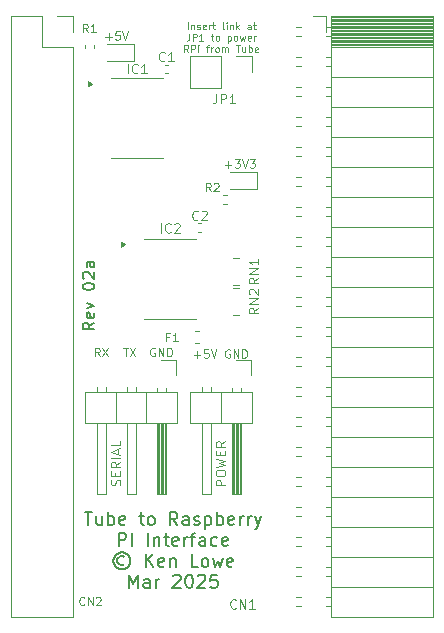
<source format=gbr>
%TF.GenerationSoftware,KiCad,Pcbnew,9.0.0*%
%TF.CreationDate,2025-03-31T20:31:44+01:00*%
%TF.ProjectId,TubeAdaptor,54756265-4164-4617-9074-6f722e6b6963,02a*%
%TF.SameCoordinates,Original*%
%TF.FileFunction,Legend,Top*%
%TF.FilePolarity,Positive*%
%FSLAX46Y46*%
G04 Gerber Fmt 4.6, Leading zero omitted, Abs format (unit mm)*
G04 Created by KiCad (PCBNEW 9.0.0) date 2025-03-31 20:31:44*
%MOMM*%
%LPD*%
G01*
G04 APERTURE LIST*
%ADD10C,0.100000*%
%ADD11C,0.150000*%
%ADD12C,0.160000*%
%ADD13C,0.120000*%
G04 APERTURE END LIST*
D10*
X135255067Y-82709966D02*
X135188400Y-82676633D01*
X135188400Y-82676633D02*
X135088400Y-82676633D01*
X135088400Y-82676633D02*
X134988400Y-82709966D01*
X134988400Y-82709966D02*
X134921734Y-82776633D01*
X134921734Y-82776633D02*
X134888400Y-82843300D01*
X134888400Y-82843300D02*
X134855067Y-82976633D01*
X134855067Y-82976633D02*
X134855067Y-83076633D01*
X134855067Y-83076633D02*
X134888400Y-83209966D01*
X134888400Y-83209966D02*
X134921734Y-83276633D01*
X134921734Y-83276633D02*
X134988400Y-83343300D01*
X134988400Y-83343300D02*
X135088400Y-83376633D01*
X135088400Y-83376633D02*
X135155067Y-83376633D01*
X135155067Y-83376633D02*
X135255067Y-83343300D01*
X135255067Y-83343300D02*
X135288400Y-83309966D01*
X135288400Y-83309966D02*
X135288400Y-83076633D01*
X135288400Y-83076633D02*
X135155067Y-83076633D01*
X135588400Y-83376633D02*
X135588400Y-82676633D01*
X135588400Y-82676633D02*
X135988400Y-83376633D01*
X135988400Y-83376633D02*
X135988400Y-82676633D01*
X136321733Y-83376633D02*
X136321733Y-82676633D01*
X136321733Y-82676633D02*
X136488400Y-82676633D01*
X136488400Y-82676633D02*
X136588400Y-82709966D01*
X136588400Y-82709966D02*
X136655067Y-82776633D01*
X136655067Y-82776633D02*
X136688400Y-82843300D01*
X136688400Y-82843300D02*
X136721733Y-82976633D01*
X136721733Y-82976633D02*
X136721733Y-83076633D01*
X136721733Y-83076633D02*
X136688400Y-83209966D01*
X136688400Y-83209966D02*
X136655067Y-83276633D01*
X136655067Y-83276633D02*
X136588400Y-83343300D01*
X136588400Y-83343300D02*
X136488400Y-83376633D01*
X136488400Y-83376633D02*
X136321733Y-83376633D01*
X132588066Y-82676633D02*
X132988066Y-82676633D01*
X132788066Y-83376633D02*
X132788066Y-82676633D01*
X133154733Y-82676633D02*
X133621399Y-83376633D01*
X133621399Y-82676633D02*
X133154733Y-83376633D01*
X130591733Y-83376633D02*
X130358400Y-83043300D01*
X130191733Y-83376633D02*
X130191733Y-82676633D01*
X130191733Y-82676633D02*
X130458400Y-82676633D01*
X130458400Y-82676633D02*
X130525067Y-82709966D01*
X130525067Y-82709966D02*
X130558400Y-82743300D01*
X130558400Y-82743300D02*
X130591733Y-82809966D01*
X130591733Y-82809966D02*
X130591733Y-82909966D01*
X130591733Y-82909966D02*
X130558400Y-82976633D01*
X130558400Y-82976633D02*
X130525067Y-83009966D01*
X130525067Y-83009966D02*
X130458400Y-83043300D01*
X130458400Y-83043300D02*
X130191733Y-83043300D01*
X130825067Y-82676633D02*
X131291733Y-83376633D01*
X131291733Y-82676633D02*
X130825067Y-83376633D01*
X141605067Y-82836966D02*
X141538400Y-82803633D01*
X141538400Y-82803633D02*
X141438400Y-82803633D01*
X141438400Y-82803633D02*
X141338400Y-82836966D01*
X141338400Y-82836966D02*
X141271734Y-82903633D01*
X141271734Y-82903633D02*
X141238400Y-82970300D01*
X141238400Y-82970300D02*
X141205067Y-83103633D01*
X141205067Y-83103633D02*
X141205067Y-83203633D01*
X141205067Y-83203633D02*
X141238400Y-83336966D01*
X141238400Y-83336966D02*
X141271734Y-83403633D01*
X141271734Y-83403633D02*
X141338400Y-83470300D01*
X141338400Y-83470300D02*
X141438400Y-83503633D01*
X141438400Y-83503633D02*
X141505067Y-83503633D01*
X141505067Y-83503633D02*
X141605067Y-83470300D01*
X141605067Y-83470300D02*
X141638400Y-83436966D01*
X141638400Y-83436966D02*
X141638400Y-83203633D01*
X141638400Y-83203633D02*
X141505067Y-83203633D01*
X141938400Y-83503633D02*
X141938400Y-82803633D01*
X141938400Y-82803633D02*
X142338400Y-83503633D01*
X142338400Y-83503633D02*
X142338400Y-82803633D01*
X142671733Y-83503633D02*
X142671733Y-82803633D01*
X142671733Y-82803633D02*
X142838400Y-82803633D01*
X142838400Y-82803633D02*
X142938400Y-82836966D01*
X142938400Y-82836966D02*
X143005067Y-82903633D01*
X143005067Y-82903633D02*
X143038400Y-82970300D01*
X143038400Y-82970300D02*
X143071733Y-83103633D01*
X143071733Y-83103633D02*
X143071733Y-83203633D01*
X143071733Y-83203633D02*
X143038400Y-83336966D01*
X143038400Y-83336966D02*
X143005067Y-83403633D01*
X143005067Y-83403633D02*
X142938400Y-83470300D01*
X142938400Y-83470300D02*
X142838400Y-83503633D01*
X142838400Y-83503633D02*
X142671733Y-83503633D01*
D11*
X130147219Y-80517714D02*
X129671028Y-80851047D01*
X130147219Y-81089142D02*
X129147219Y-81089142D01*
X129147219Y-81089142D02*
X129147219Y-80708190D01*
X129147219Y-80708190D02*
X129194838Y-80612952D01*
X129194838Y-80612952D02*
X129242457Y-80565333D01*
X129242457Y-80565333D02*
X129337695Y-80517714D01*
X129337695Y-80517714D02*
X129480552Y-80517714D01*
X129480552Y-80517714D02*
X129575790Y-80565333D01*
X129575790Y-80565333D02*
X129623409Y-80612952D01*
X129623409Y-80612952D02*
X129671028Y-80708190D01*
X129671028Y-80708190D02*
X129671028Y-81089142D01*
X130099600Y-79708190D02*
X130147219Y-79803428D01*
X130147219Y-79803428D02*
X130147219Y-79993904D01*
X130147219Y-79993904D02*
X130099600Y-80089142D01*
X130099600Y-80089142D02*
X130004361Y-80136761D01*
X130004361Y-80136761D02*
X129623409Y-80136761D01*
X129623409Y-80136761D02*
X129528171Y-80089142D01*
X129528171Y-80089142D02*
X129480552Y-79993904D01*
X129480552Y-79993904D02*
X129480552Y-79803428D01*
X129480552Y-79803428D02*
X129528171Y-79708190D01*
X129528171Y-79708190D02*
X129623409Y-79660571D01*
X129623409Y-79660571D02*
X129718647Y-79660571D01*
X129718647Y-79660571D02*
X129813885Y-80136761D01*
X129480552Y-79327237D02*
X130147219Y-79089142D01*
X130147219Y-79089142D02*
X129480552Y-78851047D01*
X129147219Y-77517713D02*
X129147219Y-77422475D01*
X129147219Y-77422475D02*
X129194838Y-77327237D01*
X129194838Y-77327237D02*
X129242457Y-77279618D01*
X129242457Y-77279618D02*
X129337695Y-77231999D01*
X129337695Y-77231999D02*
X129528171Y-77184380D01*
X129528171Y-77184380D02*
X129766266Y-77184380D01*
X129766266Y-77184380D02*
X129956742Y-77231999D01*
X129956742Y-77231999D02*
X130051980Y-77279618D01*
X130051980Y-77279618D02*
X130099600Y-77327237D01*
X130099600Y-77327237D02*
X130147219Y-77422475D01*
X130147219Y-77422475D02*
X130147219Y-77517713D01*
X130147219Y-77517713D02*
X130099600Y-77612951D01*
X130099600Y-77612951D02*
X130051980Y-77660570D01*
X130051980Y-77660570D02*
X129956742Y-77708189D01*
X129956742Y-77708189D02*
X129766266Y-77755808D01*
X129766266Y-77755808D02*
X129528171Y-77755808D01*
X129528171Y-77755808D02*
X129337695Y-77708189D01*
X129337695Y-77708189D02*
X129242457Y-77660570D01*
X129242457Y-77660570D02*
X129194838Y-77612951D01*
X129194838Y-77612951D02*
X129147219Y-77517713D01*
X129242457Y-76803427D02*
X129194838Y-76755808D01*
X129194838Y-76755808D02*
X129147219Y-76660570D01*
X129147219Y-76660570D02*
X129147219Y-76422475D01*
X129147219Y-76422475D02*
X129194838Y-76327237D01*
X129194838Y-76327237D02*
X129242457Y-76279618D01*
X129242457Y-76279618D02*
X129337695Y-76231999D01*
X129337695Y-76231999D02*
X129432933Y-76231999D01*
X129432933Y-76231999D02*
X129575790Y-76279618D01*
X129575790Y-76279618D02*
X130147219Y-76851046D01*
X130147219Y-76851046D02*
X130147219Y-76231999D01*
X130147219Y-75374856D02*
X129623409Y-75374856D01*
X129623409Y-75374856D02*
X129528171Y-75422475D01*
X129528171Y-75422475D02*
X129480552Y-75517713D01*
X129480552Y-75517713D02*
X129480552Y-75708189D01*
X129480552Y-75708189D02*
X129528171Y-75803427D01*
X130099600Y-75374856D02*
X130147219Y-75470094D01*
X130147219Y-75470094D02*
X130147219Y-75708189D01*
X130147219Y-75708189D02*
X130099600Y-75803427D01*
X130099600Y-75803427D02*
X130004361Y-75851046D01*
X130004361Y-75851046D02*
X129909123Y-75851046D01*
X129909123Y-75851046D02*
X129813885Y-75803427D01*
X129813885Y-75803427D02*
X129766266Y-75708189D01*
X129766266Y-75708189D02*
X129766266Y-75470094D01*
X129766266Y-75470094D02*
X129718647Y-75374856D01*
D10*
X138571399Y-83236966D02*
X139104733Y-83236966D01*
X138838066Y-83503633D02*
X138838066Y-82970300D01*
X139771400Y-82803633D02*
X139438066Y-82803633D01*
X139438066Y-82803633D02*
X139404733Y-83136966D01*
X139404733Y-83136966D02*
X139438066Y-83103633D01*
X139438066Y-83103633D02*
X139504733Y-83070300D01*
X139504733Y-83070300D02*
X139671400Y-83070300D01*
X139671400Y-83070300D02*
X139738066Y-83103633D01*
X139738066Y-83103633D02*
X139771400Y-83136966D01*
X139771400Y-83136966D02*
X139804733Y-83203633D01*
X139804733Y-83203633D02*
X139804733Y-83370300D01*
X139804733Y-83370300D02*
X139771400Y-83436966D01*
X139771400Y-83436966D02*
X139738066Y-83470300D01*
X139738066Y-83470300D02*
X139671400Y-83503633D01*
X139671400Y-83503633D02*
X139504733Y-83503633D01*
X139504733Y-83503633D02*
X139438066Y-83470300D01*
X139438066Y-83470300D02*
X139404733Y-83436966D01*
X140004733Y-82803633D02*
X140238067Y-83503633D01*
X140238067Y-83503633D02*
X140471400Y-82803633D01*
X141233295Y-94303618D02*
X140433295Y-94303618D01*
X140433295Y-94303618D02*
X140433295Y-93998856D01*
X140433295Y-93998856D02*
X140471390Y-93922666D01*
X140471390Y-93922666D02*
X140509485Y-93884571D01*
X140509485Y-93884571D02*
X140585676Y-93846475D01*
X140585676Y-93846475D02*
X140699961Y-93846475D01*
X140699961Y-93846475D02*
X140776152Y-93884571D01*
X140776152Y-93884571D02*
X140814247Y-93922666D01*
X140814247Y-93922666D02*
X140852342Y-93998856D01*
X140852342Y-93998856D02*
X140852342Y-94303618D01*
X140433295Y-93351237D02*
X140433295Y-93198856D01*
X140433295Y-93198856D02*
X140471390Y-93122666D01*
X140471390Y-93122666D02*
X140547580Y-93046475D01*
X140547580Y-93046475D02*
X140699961Y-93008380D01*
X140699961Y-93008380D02*
X140966628Y-93008380D01*
X140966628Y-93008380D02*
X141119009Y-93046475D01*
X141119009Y-93046475D02*
X141195200Y-93122666D01*
X141195200Y-93122666D02*
X141233295Y-93198856D01*
X141233295Y-93198856D02*
X141233295Y-93351237D01*
X141233295Y-93351237D02*
X141195200Y-93427428D01*
X141195200Y-93427428D02*
X141119009Y-93503618D01*
X141119009Y-93503618D02*
X140966628Y-93541714D01*
X140966628Y-93541714D02*
X140699961Y-93541714D01*
X140699961Y-93541714D02*
X140547580Y-93503618D01*
X140547580Y-93503618D02*
X140471390Y-93427428D01*
X140471390Y-93427428D02*
X140433295Y-93351237D01*
X140433295Y-92741714D02*
X141233295Y-92551238D01*
X141233295Y-92551238D02*
X140661866Y-92398857D01*
X140661866Y-92398857D02*
X141233295Y-92246476D01*
X141233295Y-92246476D02*
X140433295Y-92056000D01*
X140814247Y-91751237D02*
X140814247Y-91484571D01*
X141233295Y-91370285D02*
X141233295Y-91751237D01*
X141233295Y-91751237D02*
X140433295Y-91751237D01*
X140433295Y-91751237D02*
X140433295Y-91370285D01*
X141233295Y-90570284D02*
X140852342Y-90836951D01*
X141233295Y-91027427D02*
X140433295Y-91027427D01*
X140433295Y-91027427D02*
X140433295Y-90722665D01*
X140433295Y-90722665D02*
X140471390Y-90646475D01*
X140471390Y-90646475D02*
X140509485Y-90608380D01*
X140509485Y-90608380D02*
X140585676Y-90570284D01*
X140585676Y-90570284D02*
X140699961Y-90570284D01*
X140699961Y-90570284D02*
X140776152Y-90608380D01*
X140776152Y-90608380D02*
X140814247Y-90646475D01*
X140814247Y-90646475D02*
X140852342Y-90722665D01*
X140852342Y-90722665D02*
X140852342Y-91027427D01*
X141209866Y-67146066D02*
X141743200Y-67146066D01*
X141476533Y-67412733D02*
X141476533Y-66879400D01*
X142009867Y-66712733D02*
X142443200Y-66712733D01*
X142443200Y-66712733D02*
X142209867Y-66979400D01*
X142209867Y-66979400D02*
X142309867Y-66979400D01*
X142309867Y-66979400D02*
X142376533Y-67012733D01*
X142376533Y-67012733D02*
X142409867Y-67046066D01*
X142409867Y-67046066D02*
X142443200Y-67112733D01*
X142443200Y-67112733D02*
X142443200Y-67279400D01*
X142443200Y-67279400D02*
X142409867Y-67346066D01*
X142409867Y-67346066D02*
X142376533Y-67379400D01*
X142376533Y-67379400D02*
X142309867Y-67412733D01*
X142309867Y-67412733D02*
X142109867Y-67412733D01*
X142109867Y-67412733D02*
X142043200Y-67379400D01*
X142043200Y-67379400D02*
X142009867Y-67346066D01*
X142643200Y-66712733D02*
X142876534Y-67412733D01*
X142876534Y-67412733D02*
X143109867Y-66712733D01*
X143276534Y-66712733D02*
X143709867Y-66712733D01*
X143709867Y-66712733D02*
X143476534Y-66979400D01*
X143476534Y-66979400D02*
X143576534Y-66979400D01*
X143576534Y-66979400D02*
X143643200Y-67012733D01*
X143643200Y-67012733D02*
X143676534Y-67046066D01*
X143676534Y-67046066D02*
X143709867Y-67112733D01*
X143709867Y-67112733D02*
X143709867Y-67279400D01*
X143709867Y-67279400D02*
X143676534Y-67346066D01*
X143676534Y-67346066D02*
X143643200Y-67379400D01*
X143643200Y-67379400D02*
X143576534Y-67412733D01*
X143576534Y-67412733D02*
X143376534Y-67412733D01*
X143376534Y-67412733D02*
X143309867Y-67379400D01*
X143309867Y-67379400D02*
X143276534Y-67346066D01*
X138025543Y-55694405D02*
X138025543Y-55094405D01*
X138311257Y-55294405D02*
X138311257Y-55694405D01*
X138311257Y-55351548D02*
X138339828Y-55322976D01*
X138339828Y-55322976D02*
X138396971Y-55294405D01*
X138396971Y-55294405D02*
X138482685Y-55294405D01*
X138482685Y-55294405D02*
X138539828Y-55322976D01*
X138539828Y-55322976D02*
X138568400Y-55380119D01*
X138568400Y-55380119D02*
X138568400Y-55694405D01*
X138825542Y-55665834D02*
X138882685Y-55694405D01*
X138882685Y-55694405D02*
X138996971Y-55694405D01*
X138996971Y-55694405D02*
X139054114Y-55665834D01*
X139054114Y-55665834D02*
X139082685Y-55608691D01*
X139082685Y-55608691D02*
X139082685Y-55580119D01*
X139082685Y-55580119D02*
X139054114Y-55522976D01*
X139054114Y-55522976D02*
X138996971Y-55494405D01*
X138996971Y-55494405D02*
X138911257Y-55494405D01*
X138911257Y-55494405D02*
X138854114Y-55465834D01*
X138854114Y-55465834D02*
X138825542Y-55408691D01*
X138825542Y-55408691D02*
X138825542Y-55380119D01*
X138825542Y-55380119D02*
X138854114Y-55322976D01*
X138854114Y-55322976D02*
X138911257Y-55294405D01*
X138911257Y-55294405D02*
X138996971Y-55294405D01*
X138996971Y-55294405D02*
X139054114Y-55322976D01*
X139568399Y-55665834D02*
X139511256Y-55694405D01*
X139511256Y-55694405D02*
X139396971Y-55694405D01*
X139396971Y-55694405D02*
X139339828Y-55665834D01*
X139339828Y-55665834D02*
X139311256Y-55608691D01*
X139311256Y-55608691D02*
X139311256Y-55380119D01*
X139311256Y-55380119D02*
X139339828Y-55322976D01*
X139339828Y-55322976D02*
X139396971Y-55294405D01*
X139396971Y-55294405D02*
X139511256Y-55294405D01*
X139511256Y-55294405D02*
X139568399Y-55322976D01*
X139568399Y-55322976D02*
X139596971Y-55380119D01*
X139596971Y-55380119D02*
X139596971Y-55437262D01*
X139596971Y-55437262D02*
X139311256Y-55494405D01*
X139854114Y-55694405D02*
X139854114Y-55294405D01*
X139854114Y-55408691D02*
X139882685Y-55351548D01*
X139882685Y-55351548D02*
X139911257Y-55322976D01*
X139911257Y-55322976D02*
X139968399Y-55294405D01*
X139968399Y-55294405D02*
X140025542Y-55294405D01*
X140139828Y-55294405D02*
X140368400Y-55294405D01*
X140225543Y-55094405D02*
X140225543Y-55608691D01*
X140225543Y-55608691D02*
X140254114Y-55665834D01*
X140254114Y-55665834D02*
X140311257Y-55694405D01*
X140311257Y-55694405D02*
X140368400Y-55694405D01*
X141111257Y-55694405D02*
X141054114Y-55665834D01*
X141054114Y-55665834D02*
X141025543Y-55608691D01*
X141025543Y-55608691D02*
X141025543Y-55094405D01*
X141339829Y-55694405D02*
X141339829Y-55294405D01*
X141339829Y-55094405D02*
X141311257Y-55122976D01*
X141311257Y-55122976D02*
X141339829Y-55151548D01*
X141339829Y-55151548D02*
X141368400Y-55122976D01*
X141368400Y-55122976D02*
X141339829Y-55094405D01*
X141339829Y-55094405D02*
X141339829Y-55151548D01*
X141625543Y-55294405D02*
X141625543Y-55694405D01*
X141625543Y-55351548D02*
X141654114Y-55322976D01*
X141654114Y-55322976D02*
X141711257Y-55294405D01*
X141711257Y-55294405D02*
X141796971Y-55294405D01*
X141796971Y-55294405D02*
X141854114Y-55322976D01*
X141854114Y-55322976D02*
X141882686Y-55380119D01*
X141882686Y-55380119D02*
X141882686Y-55694405D01*
X142168400Y-55694405D02*
X142168400Y-55094405D01*
X142225543Y-55465834D02*
X142396971Y-55694405D01*
X142396971Y-55294405D02*
X142168400Y-55522976D01*
X143368400Y-55694405D02*
X143368400Y-55380119D01*
X143368400Y-55380119D02*
X143339828Y-55322976D01*
X143339828Y-55322976D02*
X143282685Y-55294405D01*
X143282685Y-55294405D02*
X143168400Y-55294405D01*
X143168400Y-55294405D02*
X143111257Y-55322976D01*
X143368400Y-55665834D02*
X143311257Y-55694405D01*
X143311257Y-55694405D02*
X143168400Y-55694405D01*
X143168400Y-55694405D02*
X143111257Y-55665834D01*
X143111257Y-55665834D02*
X143082685Y-55608691D01*
X143082685Y-55608691D02*
X143082685Y-55551548D01*
X143082685Y-55551548D02*
X143111257Y-55494405D01*
X143111257Y-55494405D02*
X143168400Y-55465834D01*
X143168400Y-55465834D02*
X143311257Y-55465834D01*
X143311257Y-55465834D02*
X143368400Y-55437262D01*
X143568399Y-55294405D02*
X143796971Y-55294405D01*
X143654114Y-55094405D02*
X143654114Y-55608691D01*
X143654114Y-55608691D02*
X143682685Y-55665834D01*
X143682685Y-55665834D02*
X143739828Y-55694405D01*
X143739828Y-55694405D02*
X143796971Y-55694405D01*
X138168399Y-56060371D02*
X138168399Y-56488942D01*
X138168399Y-56488942D02*
X138139828Y-56574657D01*
X138139828Y-56574657D02*
X138082685Y-56631800D01*
X138082685Y-56631800D02*
X137996971Y-56660371D01*
X137996971Y-56660371D02*
X137939828Y-56660371D01*
X138454114Y-56660371D02*
X138454114Y-56060371D01*
X138454114Y-56060371D02*
X138682685Y-56060371D01*
X138682685Y-56060371D02*
X138739828Y-56088942D01*
X138739828Y-56088942D02*
X138768399Y-56117514D01*
X138768399Y-56117514D02*
X138796971Y-56174657D01*
X138796971Y-56174657D02*
X138796971Y-56260371D01*
X138796971Y-56260371D02*
X138768399Y-56317514D01*
X138768399Y-56317514D02*
X138739828Y-56346085D01*
X138739828Y-56346085D02*
X138682685Y-56374657D01*
X138682685Y-56374657D02*
X138454114Y-56374657D01*
X139368399Y-56660371D02*
X139025542Y-56660371D01*
X139196971Y-56660371D02*
X139196971Y-56060371D01*
X139196971Y-56060371D02*
X139139828Y-56146085D01*
X139139828Y-56146085D02*
X139082685Y-56203228D01*
X139082685Y-56203228D02*
X139025542Y-56231800D01*
X139996971Y-56260371D02*
X140225543Y-56260371D01*
X140082686Y-56060371D02*
X140082686Y-56574657D01*
X140082686Y-56574657D02*
X140111257Y-56631800D01*
X140111257Y-56631800D02*
X140168400Y-56660371D01*
X140168400Y-56660371D02*
X140225543Y-56660371D01*
X140511257Y-56660371D02*
X140454114Y-56631800D01*
X140454114Y-56631800D02*
X140425543Y-56603228D01*
X140425543Y-56603228D02*
X140396971Y-56546085D01*
X140396971Y-56546085D02*
X140396971Y-56374657D01*
X140396971Y-56374657D02*
X140425543Y-56317514D01*
X140425543Y-56317514D02*
X140454114Y-56288942D01*
X140454114Y-56288942D02*
X140511257Y-56260371D01*
X140511257Y-56260371D02*
X140596971Y-56260371D01*
X140596971Y-56260371D02*
X140654114Y-56288942D01*
X140654114Y-56288942D02*
X140682686Y-56317514D01*
X140682686Y-56317514D02*
X140711257Y-56374657D01*
X140711257Y-56374657D02*
X140711257Y-56546085D01*
X140711257Y-56546085D02*
X140682686Y-56603228D01*
X140682686Y-56603228D02*
X140654114Y-56631800D01*
X140654114Y-56631800D02*
X140596971Y-56660371D01*
X140596971Y-56660371D02*
X140511257Y-56660371D01*
X141425543Y-56260371D02*
X141425543Y-56860371D01*
X141425543Y-56288942D02*
X141482686Y-56260371D01*
X141482686Y-56260371D02*
X141596971Y-56260371D01*
X141596971Y-56260371D02*
X141654114Y-56288942D01*
X141654114Y-56288942D02*
X141682686Y-56317514D01*
X141682686Y-56317514D02*
X141711257Y-56374657D01*
X141711257Y-56374657D02*
X141711257Y-56546085D01*
X141711257Y-56546085D02*
X141682686Y-56603228D01*
X141682686Y-56603228D02*
X141654114Y-56631800D01*
X141654114Y-56631800D02*
X141596971Y-56660371D01*
X141596971Y-56660371D02*
X141482686Y-56660371D01*
X141482686Y-56660371D02*
X141425543Y-56631800D01*
X142054114Y-56660371D02*
X141996971Y-56631800D01*
X141996971Y-56631800D02*
X141968400Y-56603228D01*
X141968400Y-56603228D02*
X141939828Y-56546085D01*
X141939828Y-56546085D02*
X141939828Y-56374657D01*
X141939828Y-56374657D02*
X141968400Y-56317514D01*
X141968400Y-56317514D02*
X141996971Y-56288942D01*
X141996971Y-56288942D02*
X142054114Y-56260371D01*
X142054114Y-56260371D02*
X142139828Y-56260371D01*
X142139828Y-56260371D02*
X142196971Y-56288942D01*
X142196971Y-56288942D02*
X142225543Y-56317514D01*
X142225543Y-56317514D02*
X142254114Y-56374657D01*
X142254114Y-56374657D02*
X142254114Y-56546085D01*
X142254114Y-56546085D02*
X142225543Y-56603228D01*
X142225543Y-56603228D02*
X142196971Y-56631800D01*
X142196971Y-56631800D02*
X142139828Y-56660371D01*
X142139828Y-56660371D02*
X142054114Y-56660371D01*
X142454114Y-56260371D02*
X142568400Y-56660371D01*
X142568400Y-56660371D02*
X142682685Y-56374657D01*
X142682685Y-56374657D02*
X142796971Y-56660371D01*
X142796971Y-56660371D02*
X142911257Y-56260371D01*
X143368399Y-56631800D02*
X143311256Y-56660371D01*
X143311256Y-56660371D02*
X143196971Y-56660371D01*
X143196971Y-56660371D02*
X143139828Y-56631800D01*
X143139828Y-56631800D02*
X143111256Y-56574657D01*
X143111256Y-56574657D02*
X143111256Y-56346085D01*
X143111256Y-56346085D02*
X143139828Y-56288942D01*
X143139828Y-56288942D02*
X143196971Y-56260371D01*
X143196971Y-56260371D02*
X143311256Y-56260371D01*
X143311256Y-56260371D02*
X143368399Y-56288942D01*
X143368399Y-56288942D02*
X143396971Y-56346085D01*
X143396971Y-56346085D02*
X143396971Y-56403228D01*
X143396971Y-56403228D02*
X143111256Y-56460371D01*
X143654114Y-56660371D02*
X143654114Y-56260371D01*
X143654114Y-56374657D02*
X143682685Y-56317514D01*
X143682685Y-56317514D02*
X143711257Y-56288942D01*
X143711257Y-56288942D02*
X143768399Y-56260371D01*
X143768399Y-56260371D02*
X143825542Y-56260371D01*
X138096971Y-57626337D02*
X137896971Y-57340623D01*
X137754114Y-57626337D02*
X137754114Y-57026337D01*
X137754114Y-57026337D02*
X137982685Y-57026337D01*
X137982685Y-57026337D02*
X138039828Y-57054908D01*
X138039828Y-57054908D02*
X138068399Y-57083480D01*
X138068399Y-57083480D02*
X138096971Y-57140623D01*
X138096971Y-57140623D02*
X138096971Y-57226337D01*
X138096971Y-57226337D02*
X138068399Y-57283480D01*
X138068399Y-57283480D02*
X138039828Y-57312051D01*
X138039828Y-57312051D02*
X137982685Y-57340623D01*
X137982685Y-57340623D02*
X137754114Y-57340623D01*
X138354114Y-57626337D02*
X138354114Y-57026337D01*
X138354114Y-57026337D02*
X138582685Y-57026337D01*
X138582685Y-57026337D02*
X138639828Y-57054908D01*
X138639828Y-57054908D02*
X138668399Y-57083480D01*
X138668399Y-57083480D02*
X138696971Y-57140623D01*
X138696971Y-57140623D02*
X138696971Y-57226337D01*
X138696971Y-57226337D02*
X138668399Y-57283480D01*
X138668399Y-57283480D02*
X138639828Y-57312051D01*
X138639828Y-57312051D02*
X138582685Y-57340623D01*
X138582685Y-57340623D02*
X138354114Y-57340623D01*
X138954114Y-57626337D02*
X138954114Y-57226337D01*
X138954114Y-57026337D02*
X138925542Y-57054908D01*
X138925542Y-57054908D02*
X138954114Y-57083480D01*
X138954114Y-57083480D02*
X138982685Y-57054908D01*
X138982685Y-57054908D02*
X138954114Y-57026337D01*
X138954114Y-57026337D02*
X138954114Y-57083480D01*
X139611256Y-57226337D02*
X139839828Y-57226337D01*
X139696971Y-57626337D02*
X139696971Y-57112051D01*
X139696971Y-57112051D02*
X139725542Y-57054908D01*
X139725542Y-57054908D02*
X139782685Y-57026337D01*
X139782685Y-57026337D02*
X139839828Y-57026337D01*
X140039828Y-57626337D02*
X140039828Y-57226337D01*
X140039828Y-57340623D02*
X140068399Y-57283480D01*
X140068399Y-57283480D02*
X140096971Y-57254908D01*
X140096971Y-57254908D02*
X140154113Y-57226337D01*
X140154113Y-57226337D02*
X140211256Y-57226337D01*
X140496971Y-57626337D02*
X140439828Y-57597766D01*
X140439828Y-57597766D02*
X140411257Y-57569194D01*
X140411257Y-57569194D02*
X140382685Y-57512051D01*
X140382685Y-57512051D02*
X140382685Y-57340623D01*
X140382685Y-57340623D02*
X140411257Y-57283480D01*
X140411257Y-57283480D02*
X140439828Y-57254908D01*
X140439828Y-57254908D02*
X140496971Y-57226337D01*
X140496971Y-57226337D02*
X140582685Y-57226337D01*
X140582685Y-57226337D02*
X140639828Y-57254908D01*
X140639828Y-57254908D02*
X140668400Y-57283480D01*
X140668400Y-57283480D02*
X140696971Y-57340623D01*
X140696971Y-57340623D02*
X140696971Y-57512051D01*
X140696971Y-57512051D02*
X140668400Y-57569194D01*
X140668400Y-57569194D02*
X140639828Y-57597766D01*
X140639828Y-57597766D02*
X140582685Y-57626337D01*
X140582685Y-57626337D02*
X140496971Y-57626337D01*
X140954114Y-57626337D02*
X140954114Y-57226337D01*
X140954114Y-57283480D02*
X140982685Y-57254908D01*
X140982685Y-57254908D02*
X141039828Y-57226337D01*
X141039828Y-57226337D02*
X141125542Y-57226337D01*
X141125542Y-57226337D02*
X141182685Y-57254908D01*
X141182685Y-57254908D02*
X141211257Y-57312051D01*
X141211257Y-57312051D02*
X141211257Y-57626337D01*
X141211257Y-57312051D02*
X141239828Y-57254908D01*
X141239828Y-57254908D02*
X141296971Y-57226337D01*
X141296971Y-57226337D02*
X141382685Y-57226337D01*
X141382685Y-57226337D02*
X141439828Y-57254908D01*
X141439828Y-57254908D02*
X141468399Y-57312051D01*
X141468399Y-57312051D02*
X141468399Y-57626337D01*
X142125542Y-57026337D02*
X142468400Y-57026337D01*
X142296971Y-57626337D02*
X142296971Y-57026337D01*
X142925543Y-57226337D02*
X142925543Y-57626337D01*
X142668400Y-57226337D02*
X142668400Y-57540623D01*
X142668400Y-57540623D02*
X142696971Y-57597766D01*
X142696971Y-57597766D02*
X142754114Y-57626337D01*
X142754114Y-57626337D02*
X142839828Y-57626337D01*
X142839828Y-57626337D02*
X142896971Y-57597766D01*
X142896971Y-57597766D02*
X142925543Y-57569194D01*
X143211257Y-57626337D02*
X143211257Y-57026337D01*
X143211257Y-57254908D02*
X143268400Y-57226337D01*
X143268400Y-57226337D02*
X143382685Y-57226337D01*
X143382685Y-57226337D02*
X143439828Y-57254908D01*
X143439828Y-57254908D02*
X143468400Y-57283480D01*
X143468400Y-57283480D02*
X143496971Y-57340623D01*
X143496971Y-57340623D02*
X143496971Y-57512051D01*
X143496971Y-57512051D02*
X143468400Y-57569194D01*
X143468400Y-57569194D02*
X143439828Y-57597766D01*
X143439828Y-57597766D02*
X143382685Y-57626337D01*
X143382685Y-57626337D02*
X143268400Y-57626337D01*
X143268400Y-57626337D02*
X143211257Y-57597766D01*
X143982685Y-57597766D02*
X143925542Y-57626337D01*
X143925542Y-57626337D02*
X143811257Y-57626337D01*
X143811257Y-57626337D02*
X143754114Y-57597766D01*
X143754114Y-57597766D02*
X143725542Y-57540623D01*
X143725542Y-57540623D02*
X143725542Y-57312051D01*
X143725542Y-57312051D02*
X143754114Y-57254908D01*
X143754114Y-57254908D02*
X143811257Y-57226337D01*
X143811257Y-57226337D02*
X143925542Y-57226337D01*
X143925542Y-57226337D02*
X143982685Y-57254908D01*
X143982685Y-57254908D02*
X144011257Y-57312051D01*
X144011257Y-57312051D02*
X144011257Y-57369194D01*
X144011257Y-57369194D02*
X143725542Y-57426337D01*
D12*
X129313925Y-96566153D02*
X129942497Y-96566153D01*
X129628211Y-97666153D02*
X129628211Y-96566153D01*
X130780592Y-96932820D02*
X130780592Y-97666153D01*
X130309163Y-96932820D02*
X130309163Y-97509011D01*
X130309163Y-97509011D02*
X130361544Y-97613773D01*
X130361544Y-97613773D02*
X130466306Y-97666153D01*
X130466306Y-97666153D02*
X130623449Y-97666153D01*
X130623449Y-97666153D02*
X130728211Y-97613773D01*
X130728211Y-97613773D02*
X130780592Y-97561392D01*
X131304401Y-97666153D02*
X131304401Y-96566153D01*
X131304401Y-96985201D02*
X131409163Y-96932820D01*
X131409163Y-96932820D02*
X131618687Y-96932820D01*
X131618687Y-96932820D02*
X131723449Y-96985201D01*
X131723449Y-96985201D02*
X131775830Y-97037582D01*
X131775830Y-97037582D02*
X131828211Y-97142344D01*
X131828211Y-97142344D02*
X131828211Y-97456630D01*
X131828211Y-97456630D02*
X131775830Y-97561392D01*
X131775830Y-97561392D02*
X131723449Y-97613773D01*
X131723449Y-97613773D02*
X131618687Y-97666153D01*
X131618687Y-97666153D02*
X131409163Y-97666153D01*
X131409163Y-97666153D02*
X131304401Y-97613773D01*
X132718687Y-97613773D02*
X132613925Y-97666153D01*
X132613925Y-97666153D02*
X132404401Y-97666153D01*
X132404401Y-97666153D02*
X132299639Y-97613773D01*
X132299639Y-97613773D02*
X132247258Y-97509011D01*
X132247258Y-97509011D02*
X132247258Y-97089963D01*
X132247258Y-97089963D02*
X132299639Y-96985201D01*
X132299639Y-96985201D02*
X132404401Y-96932820D01*
X132404401Y-96932820D02*
X132613925Y-96932820D01*
X132613925Y-96932820D02*
X132718687Y-96985201D01*
X132718687Y-96985201D02*
X132771068Y-97089963D01*
X132771068Y-97089963D02*
X132771068Y-97194725D01*
X132771068Y-97194725D02*
X132247258Y-97299487D01*
X133923448Y-96932820D02*
X134342496Y-96932820D01*
X134080591Y-96566153D02*
X134080591Y-97509011D01*
X134080591Y-97509011D02*
X134132972Y-97613773D01*
X134132972Y-97613773D02*
X134237734Y-97666153D01*
X134237734Y-97666153D02*
X134342496Y-97666153D01*
X134866305Y-97666153D02*
X134761543Y-97613773D01*
X134761543Y-97613773D02*
X134709162Y-97561392D01*
X134709162Y-97561392D02*
X134656781Y-97456630D01*
X134656781Y-97456630D02*
X134656781Y-97142344D01*
X134656781Y-97142344D02*
X134709162Y-97037582D01*
X134709162Y-97037582D02*
X134761543Y-96985201D01*
X134761543Y-96985201D02*
X134866305Y-96932820D01*
X134866305Y-96932820D02*
X135023448Y-96932820D01*
X135023448Y-96932820D02*
X135128210Y-96985201D01*
X135128210Y-96985201D02*
X135180591Y-97037582D01*
X135180591Y-97037582D02*
X135232972Y-97142344D01*
X135232972Y-97142344D02*
X135232972Y-97456630D01*
X135232972Y-97456630D02*
X135180591Y-97561392D01*
X135180591Y-97561392D02*
X135128210Y-97613773D01*
X135128210Y-97613773D02*
X135023448Y-97666153D01*
X135023448Y-97666153D02*
X134866305Y-97666153D01*
X137171067Y-97666153D02*
X136804400Y-97142344D01*
X136542495Y-97666153D02*
X136542495Y-96566153D01*
X136542495Y-96566153D02*
X136961543Y-96566153D01*
X136961543Y-96566153D02*
X137066305Y-96618534D01*
X137066305Y-96618534D02*
X137118686Y-96670915D01*
X137118686Y-96670915D02*
X137171067Y-96775677D01*
X137171067Y-96775677D02*
X137171067Y-96932820D01*
X137171067Y-96932820D02*
X137118686Y-97037582D01*
X137118686Y-97037582D02*
X137066305Y-97089963D01*
X137066305Y-97089963D02*
X136961543Y-97142344D01*
X136961543Y-97142344D02*
X136542495Y-97142344D01*
X138113924Y-97666153D02*
X138113924Y-97089963D01*
X138113924Y-97089963D02*
X138061543Y-96985201D01*
X138061543Y-96985201D02*
X137956781Y-96932820D01*
X137956781Y-96932820D02*
X137747257Y-96932820D01*
X137747257Y-96932820D02*
X137642495Y-96985201D01*
X138113924Y-97613773D02*
X138009162Y-97666153D01*
X138009162Y-97666153D02*
X137747257Y-97666153D01*
X137747257Y-97666153D02*
X137642495Y-97613773D01*
X137642495Y-97613773D02*
X137590114Y-97509011D01*
X137590114Y-97509011D02*
X137590114Y-97404249D01*
X137590114Y-97404249D02*
X137642495Y-97299487D01*
X137642495Y-97299487D02*
X137747257Y-97247106D01*
X137747257Y-97247106D02*
X138009162Y-97247106D01*
X138009162Y-97247106D02*
X138113924Y-97194725D01*
X138585352Y-97613773D02*
X138690114Y-97666153D01*
X138690114Y-97666153D02*
X138899638Y-97666153D01*
X138899638Y-97666153D02*
X139004400Y-97613773D01*
X139004400Y-97613773D02*
X139056781Y-97509011D01*
X139056781Y-97509011D02*
X139056781Y-97456630D01*
X139056781Y-97456630D02*
X139004400Y-97351868D01*
X139004400Y-97351868D02*
X138899638Y-97299487D01*
X138899638Y-97299487D02*
X138742495Y-97299487D01*
X138742495Y-97299487D02*
X138637733Y-97247106D01*
X138637733Y-97247106D02*
X138585352Y-97142344D01*
X138585352Y-97142344D02*
X138585352Y-97089963D01*
X138585352Y-97089963D02*
X138637733Y-96985201D01*
X138637733Y-96985201D02*
X138742495Y-96932820D01*
X138742495Y-96932820D02*
X138899638Y-96932820D01*
X138899638Y-96932820D02*
X139004400Y-96985201D01*
X139528209Y-96932820D02*
X139528209Y-98032820D01*
X139528209Y-96985201D02*
X139632971Y-96932820D01*
X139632971Y-96932820D02*
X139842495Y-96932820D01*
X139842495Y-96932820D02*
X139947257Y-96985201D01*
X139947257Y-96985201D02*
X139999638Y-97037582D01*
X139999638Y-97037582D02*
X140052019Y-97142344D01*
X140052019Y-97142344D02*
X140052019Y-97456630D01*
X140052019Y-97456630D02*
X139999638Y-97561392D01*
X139999638Y-97561392D02*
X139947257Y-97613773D01*
X139947257Y-97613773D02*
X139842495Y-97666153D01*
X139842495Y-97666153D02*
X139632971Y-97666153D01*
X139632971Y-97666153D02*
X139528209Y-97613773D01*
X140523447Y-97666153D02*
X140523447Y-96566153D01*
X140523447Y-96985201D02*
X140628209Y-96932820D01*
X140628209Y-96932820D02*
X140837733Y-96932820D01*
X140837733Y-96932820D02*
X140942495Y-96985201D01*
X140942495Y-96985201D02*
X140994876Y-97037582D01*
X140994876Y-97037582D02*
X141047257Y-97142344D01*
X141047257Y-97142344D02*
X141047257Y-97456630D01*
X141047257Y-97456630D02*
X140994876Y-97561392D01*
X140994876Y-97561392D02*
X140942495Y-97613773D01*
X140942495Y-97613773D02*
X140837733Y-97666153D01*
X140837733Y-97666153D02*
X140628209Y-97666153D01*
X140628209Y-97666153D02*
X140523447Y-97613773D01*
X141937733Y-97613773D02*
X141832971Y-97666153D01*
X141832971Y-97666153D02*
X141623447Y-97666153D01*
X141623447Y-97666153D02*
X141518685Y-97613773D01*
X141518685Y-97613773D02*
X141466304Y-97509011D01*
X141466304Y-97509011D02*
X141466304Y-97089963D01*
X141466304Y-97089963D02*
X141518685Y-96985201D01*
X141518685Y-96985201D02*
X141623447Y-96932820D01*
X141623447Y-96932820D02*
X141832971Y-96932820D01*
X141832971Y-96932820D02*
X141937733Y-96985201D01*
X141937733Y-96985201D02*
X141990114Y-97089963D01*
X141990114Y-97089963D02*
X141990114Y-97194725D01*
X141990114Y-97194725D02*
X141466304Y-97299487D01*
X142461542Y-97666153D02*
X142461542Y-96932820D01*
X142461542Y-97142344D02*
X142513923Y-97037582D01*
X142513923Y-97037582D02*
X142566304Y-96985201D01*
X142566304Y-96985201D02*
X142671066Y-96932820D01*
X142671066Y-96932820D02*
X142775828Y-96932820D01*
X143142494Y-97666153D02*
X143142494Y-96932820D01*
X143142494Y-97142344D02*
X143194875Y-97037582D01*
X143194875Y-97037582D02*
X143247256Y-96985201D01*
X143247256Y-96985201D02*
X143352018Y-96932820D01*
X143352018Y-96932820D02*
X143456780Y-96932820D01*
X143718684Y-96932820D02*
X143980589Y-97666153D01*
X144242494Y-96932820D02*
X143980589Y-97666153D01*
X143980589Y-97666153D02*
X143875827Y-97928058D01*
X143875827Y-97928058D02*
X143823446Y-97980439D01*
X143823446Y-97980439D02*
X143718684Y-98032820D01*
X132194876Y-99437091D02*
X132194876Y-98337091D01*
X132194876Y-98337091D02*
X132613924Y-98337091D01*
X132613924Y-98337091D02*
X132718686Y-98389472D01*
X132718686Y-98389472D02*
X132771067Y-98441853D01*
X132771067Y-98441853D02*
X132823448Y-98546615D01*
X132823448Y-98546615D02*
X132823448Y-98703758D01*
X132823448Y-98703758D02*
X132771067Y-98808520D01*
X132771067Y-98808520D02*
X132718686Y-98860901D01*
X132718686Y-98860901D02*
X132613924Y-98913282D01*
X132613924Y-98913282D02*
X132194876Y-98913282D01*
X133294876Y-99437091D02*
X133294876Y-98337091D01*
X134656781Y-99437091D02*
X134656781Y-98337091D01*
X135180591Y-98703758D02*
X135180591Y-99437091D01*
X135180591Y-98808520D02*
X135232972Y-98756139D01*
X135232972Y-98756139D02*
X135337734Y-98703758D01*
X135337734Y-98703758D02*
X135494877Y-98703758D01*
X135494877Y-98703758D02*
X135599639Y-98756139D01*
X135599639Y-98756139D02*
X135652020Y-98860901D01*
X135652020Y-98860901D02*
X135652020Y-99437091D01*
X136018686Y-98703758D02*
X136437734Y-98703758D01*
X136175829Y-98337091D02*
X136175829Y-99279949D01*
X136175829Y-99279949D02*
X136228210Y-99384711D01*
X136228210Y-99384711D02*
X136332972Y-99437091D01*
X136332972Y-99437091D02*
X136437734Y-99437091D01*
X137223448Y-99384711D02*
X137118686Y-99437091D01*
X137118686Y-99437091D02*
X136909162Y-99437091D01*
X136909162Y-99437091D02*
X136804400Y-99384711D01*
X136804400Y-99384711D02*
X136752019Y-99279949D01*
X136752019Y-99279949D02*
X136752019Y-98860901D01*
X136752019Y-98860901D02*
X136804400Y-98756139D01*
X136804400Y-98756139D02*
X136909162Y-98703758D01*
X136909162Y-98703758D02*
X137118686Y-98703758D01*
X137118686Y-98703758D02*
X137223448Y-98756139D01*
X137223448Y-98756139D02*
X137275829Y-98860901D01*
X137275829Y-98860901D02*
X137275829Y-98965663D01*
X137275829Y-98965663D02*
X136752019Y-99070425D01*
X137747257Y-99437091D02*
X137747257Y-98703758D01*
X137747257Y-98913282D02*
X137799638Y-98808520D01*
X137799638Y-98808520D02*
X137852019Y-98756139D01*
X137852019Y-98756139D02*
X137956781Y-98703758D01*
X137956781Y-98703758D02*
X138061543Y-98703758D01*
X138271066Y-98703758D02*
X138690114Y-98703758D01*
X138428209Y-99437091D02*
X138428209Y-98494234D01*
X138428209Y-98494234D02*
X138480590Y-98389472D01*
X138480590Y-98389472D02*
X138585352Y-98337091D01*
X138585352Y-98337091D02*
X138690114Y-98337091D01*
X139528209Y-99437091D02*
X139528209Y-98860901D01*
X139528209Y-98860901D02*
X139475828Y-98756139D01*
X139475828Y-98756139D02*
X139371066Y-98703758D01*
X139371066Y-98703758D02*
X139161542Y-98703758D01*
X139161542Y-98703758D02*
X139056780Y-98756139D01*
X139528209Y-99384711D02*
X139423447Y-99437091D01*
X139423447Y-99437091D02*
X139161542Y-99437091D01*
X139161542Y-99437091D02*
X139056780Y-99384711D01*
X139056780Y-99384711D02*
X139004399Y-99279949D01*
X139004399Y-99279949D02*
X139004399Y-99175187D01*
X139004399Y-99175187D02*
X139056780Y-99070425D01*
X139056780Y-99070425D02*
X139161542Y-99018044D01*
X139161542Y-99018044D02*
X139423447Y-99018044D01*
X139423447Y-99018044D02*
X139528209Y-98965663D01*
X140523447Y-99384711D02*
X140418685Y-99437091D01*
X140418685Y-99437091D02*
X140209161Y-99437091D01*
X140209161Y-99437091D02*
X140104399Y-99384711D01*
X140104399Y-99384711D02*
X140052018Y-99332330D01*
X140052018Y-99332330D02*
X139999637Y-99227568D01*
X139999637Y-99227568D02*
X139999637Y-98913282D01*
X139999637Y-98913282D02*
X140052018Y-98808520D01*
X140052018Y-98808520D02*
X140104399Y-98756139D01*
X140104399Y-98756139D02*
X140209161Y-98703758D01*
X140209161Y-98703758D02*
X140418685Y-98703758D01*
X140418685Y-98703758D02*
X140523447Y-98756139D01*
X141413923Y-99384711D02*
X141309161Y-99437091D01*
X141309161Y-99437091D02*
X141099637Y-99437091D01*
X141099637Y-99437091D02*
X140994875Y-99384711D01*
X140994875Y-99384711D02*
X140942494Y-99279949D01*
X140942494Y-99279949D02*
X140942494Y-98860901D01*
X140942494Y-98860901D02*
X140994875Y-98756139D01*
X140994875Y-98756139D02*
X141099637Y-98703758D01*
X141099637Y-98703758D02*
X141309161Y-98703758D01*
X141309161Y-98703758D02*
X141413923Y-98756139D01*
X141413923Y-98756139D02*
X141466304Y-98860901D01*
X141466304Y-98860901D02*
X141466304Y-98965663D01*
X141466304Y-98965663D02*
X140942494Y-99070425D01*
X132666305Y-100369934D02*
X132561544Y-100317553D01*
X132561544Y-100317553D02*
X132352020Y-100317553D01*
X132352020Y-100317553D02*
X132247258Y-100369934D01*
X132247258Y-100369934D02*
X132142496Y-100474696D01*
X132142496Y-100474696D02*
X132090115Y-100579458D01*
X132090115Y-100579458D02*
X132090115Y-100788982D01*
X132090115Y-100788982D02*
X132142496Y-100893744D01*
X132142496Y-100893744D02*
X132247258Y-100998506D01*
X132247258Y-100998506D02*
X132352020Y-101050887D01*
X132352020Y-101050887D02*
X132561544Y-101050887D01*
X132561544Y-101050887D02*
X132666305Y-100998506D01*
X132456782Y-99950887D02*
X132194877Y-100003268D01*
X132194877Y-100003268D02*
X131932972Y-100160410D01*
X131932972Y-100160410D02*
X131775829Y-100422315D01*
X131775829Y-100422315D02*
X131723448Y-100684220D01*
X131723448Y-100684220D02*
X131775829Y-100946125D01*
X131775829Y-100946125D02*
X131932972Y-101208029D01*
X131932972Y-101208029D02*
X132194877Y-101365172D01*
X132194877Y-101365172D02*
X132456782Y-101417553D01*
X132456782Y-101417553D02*
X132718686Y-101365172D01*
X132718686Y-101365172D02*
X132980591Y-101208029D01*
X132980591Y-101208029D02*
X133137734Y-100946125D01*
X133137734Y-100946125D02*
X133190115Y-100684220D01*
X133190115Y-100684220D02*
X133137734Y-100422315D01*
X133137734Y-100422315D02*
X132980591Y-100160410D01*
X132980591Y-100160410D02*
X132718686Y-100003268D01*
X132718686Y-100003268D02*
X132456782Y-99950887D01*
X134499638Y-101208029D02*
X134499638Y-100108029D01*
X135128210Y-101208029D02*
X134656781Y-100579458D01*
X135128210Y-100108029D02*
X134499638Y-100736601D01*
X136018686Y-101155649D02*
X135913924Y-101208029D01*
X135913924Y-101208029D02*
X135704400Y-101208029D01*
X135704400Y-101208029D02*
X135599638Y-101155649D01*
X135599638Y-101155649D02*
X135547257Y-101050887D01*
X135547257Y-101050887D02*
X135547257Y-100631839D01*
X135547257Y-100631839D02*
X135599638Y-100527077D01*
X135599638Y-100527077D02*
X135704400Y-100474696D01*
X135704400Y-100474696D02*
X135913924Y-100474696D01*
X135913924Y-100474696D02*
X136018686Y-100527077D01*
X136018686Y-100527077D02*
X136071067Y-100631839D01*
X136071067Y-100631839D02*
X136071067Y-100736601D01*
X136071067Y-100736601D02*
X135547257Y-100841363D01*
X136542495Y-100474696D02*
X136542495Y-101208029D01*
X136542495Y-100579458D02*
X136594876Y-100527077D01*
X136594876Y-100527077D02*
X136699638Y-100474696D01*
X136699638Y-100474696D02*
X136856781Y-100474696D01*
X136856781Y-100474696D02*
X136961543Y-100527077D01*
X136961543Y-100527077D02*
X137013924Y-100631839D01*
X137013924Y-100631839D02*
X137013924Y-101208029D01*
X138899638Y-101208029D02*
X138375828Y-101208029D01*
X138375828Y-101208029D02*
X138375828Y-100108029D01*
X139423447Y-101208029D02*
X139318685Y-101155649D01*
X139318685Y-101155649D02*
X139266304Y-101103268D01*
X139266304Y-101103268D02*
X139213923Y-100998506D01*
X139213923Y-100998506D02*
X139213923Y-100684220D01*
X139213923Y-100684220D02*
X139266304Y-100579458D01*
X139266304Y-100579458D02*
X139318685Y-100527077D01*
X139318685Y-100527077D02*
X139423447Y-100474696D01*
X139423447Y-100474696D02*
X139580590Y-100474696D01*
X139580590Y-100474696D02*
X139685352Y-100527077D01*
X139685352Y-100527077D02*
X139737733Y-100579458D01*
X139737733Y-100579458D02*
X139790114Y-100684220D01*
X139790114Y-100684220D02*
X139790114Y-100998506D01*
X139790114Y-100998506D02*
X139737733Y-101103268D01*
X139737733Y-101103268D02*
X139685352Y-101155649D01*
X139685352Y-101155649D02*
X139580590Y-101208029D01*
X139580590Y-101208029D02*
X139423447Y-101208029D01*
X140156780Y-100474696D02*
X140366304Y-101208029D01*
X140366304Y-101208029D02*
X140575828Y-100684220D01*
X140575828Y-100684220D02*
X140785352Y-101208029D01*
X140785352Y-101208029D02*
X140994876Y-100474696D01*
X141832971Y-101155649D02*
X141728209Y-101208029D01*
X141728209Y-101208029D02*
X141518685Y-101208029D01*
X141518685Y-101208029D02*
X141413923Y-101155649D01*
X141413923Y-101155649D02*
X141361542Y-101050887D01*
X141361542Y-101050887D02*
X141361542Y-100631839D01*
X141361542Y-100631839D02*
X141413923Y-100527077D01*
X141413923Y-100527077D02*
X141518685Y-100474696D01*
X141518685Y-100474696D02*
X141728209Y-100474696D01*
X141728209Y-100474696D02*
X141832971Y-100527077D01*
X141832971Y-100527077D02*
X141885352Y-100631839D01*
X141885352Y-100631839D02*
X141885352Y-100736601D01*
X141885352Y-100736601D02*
X141361542Y-100841363D01*
X133085352Y-102978967D02*
X133085352Y-101878967D01*
X133085352Y-101878967D02*
X133452019Y-102664682D01*
X133452019Y-102664682D02*
X133818686Y-101878967D01*
X133818686Y-101878967D02*
X133818686Y-102978967D01*
X134813924Y-102978967D02*
X134813924Y-102402777D01*
X134813924Y-102402777D02*
X134761543Y-102298015D01*
X134761543Y-102298015D02*
X134656781Y-102245634D01*
X134656781Y-102245634D02*
X134447257Y-102245634D01*
X134447257Y-102245634D02*
X134342495Y-102298015D01*
X134813924Y-102926587D02*
X134709162Y-102978967D01*
X134709162Y-102978967D02*
X134447257Y-102978967D01*
X134447257Y-102978967D02*
X134342495Y-102926587D01*
X134342495Y-102926587D02*
X134290114Y-102821825D01*
X134290114Y-102821825D02*
X134290114Y-102717063D01*
X134290114Y-102717063D02*
X134342495Y-102612301D01*
X134342495Y-102612301D02*
X134447257Y-102559920D01*
X134447257Y-102559920D02*
X134709162Y-102559920D01*
X134709162Y-102559920D02*
X134813924Y-102507539D01*
X135337733Y-102978967D02*
X135337733Y-102245634D01*
X135337733Y-102455158D02*
X135390114Y-102350396D01*
X135390114Y-102350396D02*
X135442495Y-102298015D01*
X135442495Y-102298015D02*
X135547257Y-102245634D01*
X135547257Y-102245634D02*
X135652019Y-102245634D01*
X136804399Y-101983729D02*
X136856780Y-101931348D01*
X136856780Y-101931348D02*
X136961542Y-101878967D01*
X136961542Y-101878967D02*
X137223447Y-101878967D01*
X137223447Y-101878967D02*
X137328209Y-101931348D01*
X137328209Y-101931348D02*
X137380590Y-101983729D01*
X137380590Y-101983729D02*
X137432971Y-102088491D01*
X137432971Y-102088491D02*
X137432971Y-102193253D01*
X137432971Y-102193253D02*
X137380590Y-102350396D01*
X137380590Y-102350396D02*
X136752018Y-102978967D01*
X136752018Y-102978967D02*
X137432971Y-102978967D01*
X138113923Y-101878967D02*
X138218685Y-101878967D01*
X138218685Y-101878967D02*
X138323447Y-101931348D01*
X138323447Y-101931348D02*
X138375828Y-101983729D01*
X138375828Y-101983729D02*
X138428209Y-102088491D01*
X138428209Y-102088491D02*
X138480590Y-102298015D01*
X138480590Y-102298015D02*
X138480590Y-102559920D01*
X138480590Y-102559920D02*
X138428209Y-102769444D01*
X138428209Y-102769444D02*
X138375828Y-102874206D01*
X138375828Y-102874206D02*
X138323447Y-102926587D01*
X138323447Y-102926587D02*
X138218685Y-102978967D01*
X138218685Y-102978967D02*
X138113923Y-102978967D01*
X138113923Y-102978967D02*
X138009161Y-102926587D01*
X138009161Y-102926587D02*
X137956780Y-102874206D01*
X137956780Y-102874206D02*
X137904399Y-102769444D01*
X137904399Y-102769444D02*
X137852018Y-102559920D01*
X137852018Y-102559920D02*
X137852018Y-102298015D01*
X137852018Y-102298015D02*
X137904399Y-102088491D01*
X137904399Y-102088491D02*
X137956780Y-101983729D01*
X137956780Y-101983729D02*
X138009161Y-101931348D01*
X138009161Y-101931348D02*
X138113923Y-101878967D01*
X138899637Y-101983729D02*
X138952018Y-101931348D01*
X138952018Y-101931348D02*
X139056780Y-101878967D01*
X139056780Y-101878967D02*
X139318685Y-101878967D01*
X139318685Y-101878967D02*
X139423447Y-101931348D01*
X139423447Y-101931348D02*
X139475828Y-101983729D01*
X139475828Y-101983729D02*
X139528209Y-102088491D01*
X139528209Y-102088491D02*
X139528209Y-102193253D01*
X139528209Y-102193253D02*
X139475828Y-102350396D01*
X139475828Y-102350396D02*
X138847256Y-102978967D01*
X138847256Y-102978967D02*
X139528209Y-102978967D01*
X140523447Y-101878967D02*
X139999637Y-101878967D01*
X139999637Y-101878967D02*
X139947256Y-102402777D01*
X139947256Y-102402777D02*
X139999637Y-102350396D01*
X139999637Y-102350396D02*
X140104399Y-102298015D01*
X140104399Y-102298015D02*
X140366304Y-102298015D01*
X140366304Y-102298015D02*
X140471066Y-102350396D01*
X140471066Y-102350396D02*
X140523447Y-102402777D01*
X140523447Y-102402777D02*
X140575828Y-102507539D01*
X140575828Y-102507539D02*
X140575828Y-102769444D01*
X140575828Y-102769444D02*
X140523447Y-102874206D01*
X140523447Y-102874206D02*
X140471066Y-102926587D01*
X140471066Y-102926587D02*
X140366304Y-102978967D01*
X140366304Y-102978967D02*
X140104399Y-102978967D01*
X140104399Y-102978967D02*
X139999637Y-102926587D01*
X139999637Y-102926587D02*
X139947256Y-102874206D01*
D10*
X132305200Y-94303619D02*
X132343295Y-94189333D01*
X132343295Y-94189333D02*
X132343295Y-93998857D01*
X132343295Y-93998857D02*
X132305200Y-93922666D01*
X132305200Y-93922666D02*
X132267104Y-93884571D01*
X132267104Y-93884571D02*
X132190914Y-93846476D01*
X132190914Y-93846476D02*
X132114723Y-93846476D01*
X132114723Y-93846476D02*
X132038533Y-93884571D01*
X132038533Y-93884571D02*
X132000438Y-93922666D01*
X132000438Y-93922666D02*
X131962342Y-93998857D01*
X131962342Y-93998857D02*
X131924247Y-94151238D01*
X131924247Y-94151238D02*
X131886152Y-94227428D01*
X131886152Y-94227428D02*
X131848057Y-94265523D01*
X131848057Y-94265523D02*
X131771866Y-94303619D01*
X131771866Y-94303619D02*
X131695676Y-94303619D01*
X131695676Y-94303619D02*
X131619485Y-94265523D01*
X131619485Y-94265523D02*
X131581390Y-94227428D01*
X131581390Y-94227428D02*
X131543295Y-94151238D01*
X131543295Y-94151238D02*
X131543295Y-93960761D01*
X131543295Y-93960761D02*
X131581390Y-93846476D01*
X131924247Y-93503618D02*
X131924247Y-93236952D01*
X132343295Y-93122666D02*
X132343295Y-93503618D01*
X132343295Y-93503618D02*
X131543295Y-93503618D01*
X131543295Y-93503618D02*
X131543295Y-93122666D01*
X132343295Y-92322665D02*
X131962342Y-92589332D01*
X132343295Y-92779808D02*
X131543295Y-92779808D01*
X131543295Y-92779808D02*
X131543295Y-92475046D01*
X131543295Y-92475046D02*
X131581390Y-92398856D01*
X131581390Y-92398856D02*
X131619485Y-92360761D01*
X131619485Y-92360761D02*
X131695676Y-92322665D01*
X131695676Y-92322665D02*
X131809961Y-92322665D01*
X131809961Y-92322665D02*
X131886152Y-92360761D01*
X131886152Y-92360761D02*
X131924247Y-92398856D01*
X131924247Y-92398856D02*
X131962342Y-92475046D01*
X131962342Y-92475046D02*
X131962342Y-92779808D01*
X132343295Y-91979808D02*
X131543295Y-91979808D01*
X132114723Y-91636952D02*
X132114723Y-91255999D01*
X132343295Y-91713142D02*
X131543295Y-91446475D01*
X131543295Y-91446475D02*
X132343295Y-91179809D01*
X132343295Y-90532190D02*
X132343295Y-90913142D01*
X132343295Y-90913142D02*
X131543295Y-90913142D01*
X131078399Y-56312966D02*
X131611733Y-56312966D01*
X131345066Y-56579633D02*
X131345066Y-56046300D01*
X132278400Y-55879633D02*
X131945066Y-55879633D01*
X131945066Y-55879633D02*
X131911733Y-56212966D01*
X131911733Y-56212966D02*
X131945066Y-56179633D01*
X131945066Y-56179633D02*
X132011733Y-56146300D01*
X132011733Y-56146300D02*
X132178400Y-56146300D01*
X132178400Y-56146300D02*
X132245066Y-56179633D01*
X132245066Y-56179633D02*
X132278400Y-56212966D01*
X132278400Y-56212966D02*
X132311733Y-56279633D01*
X132311733Y-56279633D02*
X132311733Y-56446300D01*
X132311733Y-56446300D02*
X132278400Y-56512966D01*
X132278400Y-56512966D02*
X132245066Y-56546300D01*
X132245066Y-56546300D02*
X132178400Y-56579633D01*
X132178400Y-56579633D02*
X132011733Y-56579633D01*
X132011733Y-56579633D02*
X131945066Y-56546300D01*
X131945066Y-56546300D02*
X131911733Y-56512966D01*
X132511733Y-55879633D02*
X132745067Y-56579633D01*
X132745067Y-56579633D02*
X132978400Y-55879633D01*
X144019295Y-76740380D02*
X143638342Y-77007047D01*
X144019295Y-77197523D02*
X143219295Y-77197523D01*
X143219295Y-77197523D02*
X143219295Y-76892761D01*
X143219295Y-76892761D02*
X143257390Y-76816571D01*
X143257390Y-76816571D02*
X143295485Y-76778476D01*
X143295485Y-76778476D02*
X143371676Y-76740380D01*
X143371676Y-76740380D02*
X143485961Y-76740380D01*
X143485961Y-76740380D02*
X143562152Y-76778476D01*
X143562152Y-76778476D02*
X143600247Y-76816571D01*
X143600247Y-76816571D02*
X143638342Y-76892761D01*
X143638342Y-76892761D02*
X143638342Y-77197523D01*
X144019295Y-76397523D02*
X143219295Y-76397523D01*
X143219295Y-76397523D02*
X144019295Y-75940380D01*
X144019295Y-75940380D02*
X143219295Y-75940380D01*
X144019295Y-75140381D02*
X144019295Y-75597524D01*
X144019295Y-75368952D02*
X143219295Y-75368952D01*
X143219295Y-75368952D02*
X143333580Y-75445143D01*
X143333580Y-75445143D02*
X143409771Y-75521333D01*
X143409771Y-75521333D02*
X143447866Y-75597524D01*
X144011295Y-79280380D02*
X143630342Y-79547047D01*
X144011295Y-79737523D02*
X143211295Y-79737523D01*
X143211295Y-79737523D02*
X143211295Y-79432761D01*
X143211295Y-79432761D02*
X143249390Y-79356571D01*
X143249390Y-79356571D02*
X143287485Y-79318476D01*
X143287485Y-79318476D02*
X143363676Y-79280380D01*
X143363676Y-79280380D02*
X143477961Y-79280380D01*
X143477961Y-79280380D02*
X143554152Y-79318476D01*
X143554152Y-79318476D02*
X143592247Y-79356571D01*
X143592247Y-79356571D02*
X143630342Y-79432761D01*
X143630342Y-79432761D02*
X143630342Y-79737523D01*
X144011295Y-78937523D02*
X143211295Y-78937523D01*
X143211295Y-78937523D02*
X144011295Y-78480380D01*
X144011295Y-78480380D02*
X143211295Y-78480380D01*
X143287485Y-78137524D02*
X143249390Y-78099428D01*
X143249390Y-78099428D02*
X143211295Y-78023238D01*
X143211295Y-78023238D02*
X143211295Y-77832762D01*
X143211295Y-77832762D02*
X143249390Y-77756571D01*
X143249390Y-77756571D02*
X143287485Y-77718476D01*
X143287485Y-77718476D02*
X143363676Y-77680381D01*
X143363676Y-77680381D02*
X143439866Y-77680381D01*
X143439866Y-77680381D02*
X143554152Y-77718476D01*
X143554152Y-77718476D02*
X144011295Y-78175619D01*
X144011295Y-78175619D02*
X144011295Y-77680381D01*
X140455733Y-61159895D02*
X140455733Y-61731323D01*
X140455733Y-61731323D02*
X140417638Y-61845609D01*
X140417638Y-61845609D02*
X140341447Y-61921800D01*
X140341447Y-61921800D02*
X140227162Y-61959895D01*
X140227162Y-61959895D02*
X140150971Y-61959895D01*
X140836686Y-61959895D02*
X140836686Y-61159895D01*
X140836686Y-61159895D02*
X141141448Y-61159895D01*
X141141448Y-61159895D02*
X141217638Y-61197990D01*
X141217638Y-61197990D02*
X141255733Y-61236085D01*
X141255733Y-61236085D02*
X141293829Y-61312276D01*
X141293829Y-61312276D02*
X141293829Y-61426561D01*
X141293829Y-61426561D02*
X141255733Y-61502752D01*
X141255733Y-61502752D02*
X141217638Y-61540847D01*
X141217638Y-61540847D02*
X141141448Y-61578942D01*
X141141448Y-61578942D02*
X140836686Y-61578942D01*
X142055733Y-61959895D02*
X141598590Y-61959895D01*
X141827162Y-61959895D02*
X141827162Y-61159895D01*
X141827162Y-61159895D02*
X141750971Y-61274180D01*
X141750971Y-61274180D02*
X141674781Y-61350371D01*
X141674781Y-61350371D02*
X141598590Y-61388466D01*
X138906267Y-71764304D02*
X138868171Y-71802400D01*
X138868171Y-71802400D02*
X138753886Y-71840495D01*
X138753886Y-71840495D02*
X138677695Y-71840495D01*
X138677695Y-71840495D02*
X138563409Y-71802400D01*
X138563409Y-71802400D02*
X138487219Y-71726209D01*
X138487219Y-71726209D02*
X138449124Y-71650019D01*
X138449124Y-71650019D02*
X138411028Y-71497638D01*
X138411028Y-71497638D02*
X138411028Y-71383352D01*
X138411028Y-71383352D02*
X138449124Y-71230971D01*
X138449124Y-71230971D02*
X138487219Y-71154780D01*
X138487219Y-71154780D02*
X138563409Y-71078590D01*
X138563409Y-71078590D02*
X138677695Y-71040495D01*
X138677695Y-71040495D02*
X138753886Y-71040495D01*
X138753886Y-71040495D02*
X138868171Y-71078590D01*
X138868171Y-71078590D02*
X138906267Y-71116685D01*
X139211028Y-71116685D02*
X139249124Y-71078590D01*
X139249124Y-71078590D02*
X139325314Y-71040495D01*
X139325314Y-71040495D02*
X139515790Y-71040495D01*
X139515790Y-71040495D02*
X139591981Y-71078590D01*
X139591981Y-71078590D02*
X139630076Y-71116685D01*
X139630076Y-71116685D02*
X139668171Y-71192876D01*
X139668171Y-71192876D02*
X139668171Y-71269066D01*
X139668171Y-71269066D02*
X139630076Y-71383352D01*
X139630076Y-71383352D02*
X139172933Y-71840495D01*
X139172933Y-71840495D02*
X139668171Y-71840495D01*
X135769448Y-72899895D02*
X135769448Y-72099895D01*
X136607543Y-72823704D02*
X136569447Y-72861800D01*
X136569447Y-72861800D02*
X136455162Y-72899895D01*
X136455162Y-72899895D02*
X136378971Y-72899895D01*
X136378971Y-72899895D02*
X136264685Y-72861800D01*
X136264685Y-72861800D02*
X136188495Y-72785609D01*
X136188495Y-72785609D02*
X136150400Y-72709419D01*
X136150400Y-72709419D02*
X136112304Y-72557038D01*
X136112304Y-72557038D02*
X136112304Y-72442752D01*
X136112304Y-72442752D02*
X136150400Y-72290371D01*
X136150400Y-72290371D02*
X136188495Y-72214180D01*
X136188495Y-72214180D02*
X136264685Y-72137990D01*
X136264685Y-72137990D02*
X136378971Y-72099895D01*
X136378971Y-72099895D02*
X136455162Y-72099895D01*
X136455162Y-72099895D02*
X136569447Y-72137990D01*
X136569447Y-72137990D02*
X136607543Y-72176085D01*
X136912304Y-72176085D02*
X136950400Y-72137990D01*
X136950400Y-72137990D02*
X137026590Y-72099895D01*
X137026590Y-72099895D02*
X137217066Y-72099895D01*
X137217066Y-72099895D02*
X137293257Y-72137990D01*
X137293257Y-72137990D02*
X137331352Y-72176085D01*
X137331352Y-72176085D02*
X137369447Y-72252276D01*
X137369447Y-72252276D02*
X137369447Y-72328466D01*
X137369447Y-72328466D02*
X137331352Y-72442752D01*
X137331352Y-72442752D02*
X136874209Y-72899895D01*
X136874209Y-72899895D02*
X137369447Y-72899895D01*
X139989733Y-69406633D02*
X139756400Y-69073300D01*
X139589733Y-69406633D02*
X139589733Y-68706633D01*
X139589733Y-68706633D02*
X139856400Y-68706633D01*
X139856400Y-68706633D02*
X139923067Y-68739966D01*
X139923067Y-68739966D02*
X139956400Y-68773300D01*
X139956400Y-68773300D02*
X139989733Y-68839966D01*
X139989733Y-68839966D02*
X139989733Y-68939966D01*
X139989733Y-68939966D02*
X139956400Y-69006633D01*
X139956400Y-69006633D02*
X139923067Y-69039966D01*
X139923067Y-69039966D02*
X139856400Y-69073300D01*
X139856400Y-69073300D02*
X139589733Y-69073300D01*
X140256400Y-68773300D02*
X140289733Y-68739966D01*
X140289733Y-68739966D02*
X140356400Y-68706633D01*
X140356400Y-68706633D02*
X140523067Y-68706633D01*
X140523067Y-68706633D02*
X140589733Y-68739966D01*
X140589733Y-68739966D02*
X140623067Y-68773300D01*
X140623067Y-68773300D02*
X140656400Y-68839966D01*
X140656400Y-68839966D02*
X140656400Y-68906633D01*
X140656400Y-68906633D02*
X140623067Y-69006633D01*
X140623067Y-69006633D02*
X140223067Y-69406633D01*
X140223067Y-69406633D02*
X140656400Y-69406633D01*
X129575733Y-55944633D02*
X129342400Y-55611300D01*
X129175733Y-55944633D02*
X129175733Y-55244633D01*
X129175733Y-55244633D02*
X129442400Y-55244633D01*
X129442400Y-55244633D02*
X129509067Y-55277966D01*
X129509067Y-55277966D02*
X129542400Y-55311300D01*
X129542400Y-55311300D02*
X129575733Y-55377966D01*
X129575733Y-55377966D02*
X129575733Y-55477966D01*
X129575733Y-55477966D02*
X129542400Y-55544633D01*
X129542400Y-55544633D02*
X129509067Y-55577966D01*
X129509067Y-55577966D02*
X129442400Y-55611300D01*
X129442400Y-55611300D02*
X129175733Y-55611300D01*
X130242400Y-55944633D02*
X129842400Y-55944633D01*
X130042400Y-55944633D02*
X130042400Y-55244633D01*
X130042400Y-55244633D02*
X129975733Y-55344633D01*
X129975733Y-55344633D02*
X129909067Y-55411300D01*
X129909067Y-55411300D02*
X129842400Y-55444633D01*
X142126519Y-104668704D02*
X142088423Y-104706800D01*
X142088423Y-104706800D02*
X141974138Y-104744895D01*
X141974138Y-104744895D02*
X141897947Y-104744895D01*
X141897947Y-104744895D02*
X141783661Y-104706800D01*
X141783661Y-104706800D02*
X141707471Y-104630609D01*
X141707471Y-104630609D02*
X141669376Y-104554419D01*
X141669376Y-104554419D02*
X141631280Y-104402038D01*
X141631280Y-104402038D02*
X141631280Y-104287752D01*
X141631280Y-104287752D02*
X141669376Y-104135371D01*
X141669376Y-104135371D02*
X141707471Y-104059180D01*
X141707471Y-104059180D02*
X141783661Y-103982990D01*
X141783661Y-103982990D02*
X141897947Y-103944895D01*
X141897947Y-103944895D02*
X141974138Y-103944895D01*
X141974138Y-103944895D02*
X142088423Y-103982990D01*
X142088423Y-103982990D02*
X142126519Y-104021085D01*
X142469376Y-104744895D02*
X142469376Y-103944895D01*
X142469376Y-103944895D02*
X142926519Y-104744895D01*
X142926519Y-104744895D02*
X142926519Y-103944895D01*
X143726518Y-104744895D02*
X143269375Y-104744895D01*
X143497947Y-104744895D02*
X143497947Y-103944895D01*
X143497947Y-103944895D02*
X143421756Y-104059180D01*
X143421756Y-104059180D02*
X143345566Y-104135371D01*
X143345566Y-104135371D02*
X143269375Y-104173466D01*
X136109867Y-58327704D02*
X136071771Y-58365800D01*
X136071771Y-58365800D02*
X135957486Y-58403895D01*
X135957486Y-58403895D02*
X135881295Y-58403895D01*
X135881295Y-58403895D02*
X135767009Y-58365800D01*
X135767009Y-58365800D02*
X135690819Y-58289609D01*
X135690819Y-58289609D02*
X135652724Y-58213419D01*
X135652724Y-58213419D02*
X135614628Y-58061038D01*
X135614628Y-58061038D02*
X135614628Y-57946752D01*
X135614628Y-57946752D02*
X135652724Y-57794371D01*
X135652724Y-57794371D02*
X135690819Y-57718180D01*
X135690819Y-57718180D02*
X135767009Y-57641990D01*
X135767009Y-57641990D02*
X135881295Y-57603895D01*
X135881295Y-57603895D02*
X135957486Y-57603895D01*
X135957486Y-57603895D02*
X136071771Y-57641990D01*
X136071771Y-57641990D02*
X136109867Y-57680085D01*
X136871771Y-58403895D02*
X136414628Y-58403895D01*
X136643200Y-58403895D02*
X136643200Y-57603895D01*
X136643200Y-57603895D02*
X136567009Y-57718180D01*
X136567009Y-57718180D02*
X136490819Y-57794371D01*
X136490819Y-57794371D02*
X136414628Y-57832466D01*
X132975448Y-59419895D02*
X132975448Y-58619895D01*
X133813543Y-59343704D02*
X133775447Y-59381800D01*
X133775447Y-59381800D02*
X133661162Y-59419895D01*
X133661162Y-59419895D02*
X133584971Y-59419895D01*
X133584971Y-59419895D02*
X133470685Y-59381800D01*
X133470685Y-59381800D02*
X133394495Y-59305609D01*
X133394495Y-59305609D02*
X133356400Y-59229419D01*
X133356400Y-59229419D02*
X133318304Y-59077038D01*
X133318304Y-59077038D02*
X133318304Y-58962752D01*
X133318304Y-58962752D02*
X133356400Y-58810371D01*
X133356400Y-58810371D02*
X133394495Y-58734180D01*
X133394495Y-58734180D02*
X133470685Y-58657990D01*
X133470685Y-58657990D02*
X133584971Y-58619895D01*
X133584971Y-58619895D02*
X133661162Y-58619895D01*
X133661162Y-58619895D02*
X133775447Y-58657990D01*
X133775447Y-58657990D02*
X133813543Y-58696085D01*
X134575447Y-59419895D02*
X134118304Y-59419895D01*
X134346876Y-59419895D02*
X134346876Y-58619895D01*
X134346876Y-58619895D02*
X134270685Y-58734180D01*
X134270685Y-58734180D02*
X134194495Y-58810371D01*
X134194495Y-58810371D02*
X134118304Y-58848466D01*
X136469567Y-81727966D02*
X136236233Y-81727966D01*
X136236233Y-82094633D02*
X136236233Y-81394633D01*
X136236233Y-81394633D02*
X136569567Y-81394633D01*
X137202900Y-82094633D02*
X136802900Y-82094633D01*
X137002900Y-82094633D02*
X137002900Y-81394633D01*
X137002900Y-81394633D02*
X136936233Y-81494633D01*
X136936233Y-81494633D02*
X136869567Y-81561300D01*
X136869567Y-81561300D02*
X136802900Y-81594633D01*
X129285266Y-104391966D02*
X129251933Y-104425300D01*
X129251933Y-104425300D02*
X129151933Y-104458633D01*
X129151933Y-104458633D02*
X129085266Y-104458633D01*
X129085266Y-104458633D02*
X128985266Y-104425300D01*
X128985266Y-104425300D02*
X128918600Y-104358633D01*
X128918600Y-104358633D02*
X128885266Y-104291966D01*
X128885266Y-104291966D02*
X128851933Y-104158633D01*
X128851933Y-104158633D02*
X128851933Y-104058633D01*
X128851933Y-104058633D02*
X128885266Y-103925300D01*
X128885266Y-103925300D02*
X128918600Y-103858633D01*
X128918600Y-103858633D02*
X128985266Y-103791966D01*
X128985266Y-103791966D02*
X129085266Y-103758633D01*
X129085266Y-103758633D02*
X129151933Y-103758633D01*
X129151933Y-103758633D02*
X129251933Y-103791966D01*
X129251933Y-103791966D02*
X129285266Y-103825300D01*
X129585266Y-104458633D02*
X129585266Y-103758633D01*
X129585266Y-103758633D02*
X129985266Y-104458633D01*
X129985266Y-104458633D02*
X129985266Y-103758633D01*
X130285266Y-103825300D02*
X130318599Y-103791966D01*
X130318599Y-103791966D02*
X130385266Y-103758633D01*
X130385266Y-103758633D02*
X130551933Y-103758633D01*
X130551933Y-103758633D02*
X130618599Y-103791966D01*
X130618599Y-103791966D02*
X130651933Y-103825300D01*
X130651933Y-103825300D02*
X130685266Y-103891966D01*
X130685266Y-103891966D02*
X130685266Y-103958633D01*
X130685266Y-103958633D02*
X130651933Y-104058633D01*
X130651933Y-104058633D02*
X130251933Y-104458633D01*
X130251933Y-104458633D02*
X130685266Y-104458633D01*
D13*
%TO.C,RN1*%
X142380400Y-75048000D02*
X141880400Y-75048000D01*
X142380400Y-77328000D02*
X141880400Y-77328000D01*
%TO.C,RN2*%
X142380400Y-77600000D02*
X141880400Y-77600000D01*
X142380400Y-79880000D02*
X141880400Y-79880000D01*
%TO.C,JP1*%
X138268400Y-57979000D02*
X138268400Y-60639000D01*
X140868400Y-57979000D02*
X138268400Y-57979000D01*
X140868400Y-57979000D02*
X140868400Y-60639000D01*
X140868400Y-60639000D02*
X138268400Y-60639000D01*
X142138400Y-57979000D02*
X143468400Y-57979000D01*
X143468400Y-57979000D02*
X143468400Y-59309000D01*
%TO.C,C2*%
X139147436Y-72131600D02*
X138931764Y-72131600D01*
X139147436Y-72851600D02*
X138931764Y-72851600D01*
%TO.C,SERIAL1*%
X129378400Y-86403000D02*
X129378400Y-89063000D01*
X129378400Y-89063000D02*
X137118400Y-89063000D01*
X130328400Y-86005929D02*
X130328400Y-86403000D01*
X130328400Y-95063000D02*
X130328400Y-89063000D01*
X131088400Y-86005929D02*
X131088400Y-86403000D01*
X131088400Y-89063000D02*
X131088400Y-95063000D01*
X131088400Y-95063000D02*
X130328400Y-95063000D01*
X131978400Y-86403000D02*
X131978400Y-89063000D01*
X132868400Y-86005929D02*
X132868400Y-86403000D01*
X132868400Y-95063000D02*
X132868400Y-89063000D01*
X133628400Y-86005929D02*
X133628400Y-86403000D01*
X133628400Y-89063000D02*
X133628400Y-95063000D01*
X133628400Y-95063000D02*
X132868400Y-95063000D01*
X134518400Y-86403000D02*
X134518400Y-89063000D01*
X135408400Y-86073000D02*
X135408400Y-86403000D01*
X135408400Y-95063000D02*
X135408400Y-89063000D01*
X135508400Y-89063000D02*
X135508400Y-95063000D01*
X135628400Y-89063000D02*
X135628400Y-95063000D01*
X135748400Y-89063000D02*
X135748400Y-95063000D01*
X135788400Y-83693000D02*
X137058400Y-83693000D01*
X135868400Y-89063000D02*
X135868400Y-95063000D01*
X135988400Y-89063000D02*
X135988400Y-95063000D01*
X136108400Y-89063000D02*
X136108400Y-95063000D01*
X136168400Y-86073000D02*
X136168400Y-86403000D01*
X136168400Y-89063000D02*
X136168400Y-95063000D01*
X136168400Y-95063000D02*
X135408400Y-95063000D01*
X137058400Y-83693000D02*
X137058400Y-84963000D01*
X137118400Y-86403000D02*
X129378400Y-86403000D01*
X137118400Y-89063000D02*
X137118400Y-86403000D01*
%TO.C,IC2*%
X136550400Y-73450000D02*
X134350400Y-73450000D01*
X136550400Y-73450000D02*
X138750400Y-73450000D01*
X136550400Y-80220000D02*
X134350400Y-80220000D01*
X136550400Y-80220000D02*
X138750400Y-80220000D01*
X132690400Y-73910000D02*
X132360400Y-74150000D01*
X132360400Y-73670000D01*
X132690400Y-73910000D01*
G36*
X132690400Y-73910000D02*
G01*
X132360400Y-74150000D01*
X132360400Y-73670000D01*
X132690400Y-73910000D01*
G37*
%TO.C,R2*%
X141032259Y-69762100D02*
X141339541Y-69762100D01*
X141032259Y-70522100D02*
X141339541Y-70522100D01*
%TO.C,D2*%
X141643200Y-69226100D02*
X143928200Y-69226100D01*
X143928200Y-67756100D02*
X141643200Y-67756100D01*
X143928200Y-69226100D02*
X143928200Y-67756100D01*
%TO.C,D1*%
X131178400Y-58393000D02*
X133463400Y-58393000D01*
X133463400Y-56923000D02*
X131178400Y-56923000D01*
X133463400Y-58393000D02*
X133463400Y-56923000D01*
%TO.C,R1*%
X129312400Y-56996359D02*
X129312400Y-57303641D01*
X130072400Y-56996359D02*
X130072400Y-57303641D01*
%TO.C,PWR1*%
X138268400Y-86403000D02*
X138268400Y-89063000D01*
X138268400Y-89063000D02*
X143468400Y-89063000D01*
X139218400Y-86005929D02*
X139218400Y-86403000D01*
X139218400Y-95063000D02*
X139218400Y-89063000D01*
X139978400Y-86005929D02*
X139978400Y-86403000D01*
X139978400Y-89063000D02*
X139978400Y-95063000D01*
X139978400Y-95063000D02*
X139218400Y-95063000D01*
X140868400Y-86403000D02*
X140868400Y-89063000D01*
X141758400Y-86073000D02*
X141758400Y-86403000D01*
X141758400Y-95063000D02*
X141758400Y-89063000D01*
X141858400Y-89063000D02*
X141858400Y-95063000D01*
X141978400Y-89063000D02*
X141978400Y-95063000D01*
X142098400Y-89063000D02*
X142098400Y-95063000D01*
X142138400Y-83693000D02*
X143408400Y-83693000D01*
X142218400Y-89063000D02*
X142218400Y-95063000D01*
X142338400Y-89063000D02*
X142338400Y-95063000D01*
X142458400Y-89063000D02*
X142458400Y-95063000D01*
X142518400Y-86073000D02*
X142518400Y-86403000D01*
X142518400Y-89063000D02*
X142518400Y-95063000D01*
X142518400Y-95063000D02*
X141758400Y-95063000D01*
X143408400Y-83693000D02*
X143408400Y-84963000D01*
X143468400Y-86403000D02*
X138268400Y-86403000D01*
X143468400Y-89063000D02*
X143468400Y-86403000D01*
%TO.C,CN1*%
X147628900Y-55520000D02*
X147248900Y-55520000D01*
X147628900Y-56240000D02*
X147248900Y-56240000D01*
X147628900Y-58060000D02*
X147188900Y-58060000D01*
X147628900Y-58780000D02*
X147188900Y-58780000D01*
X147628900Y-60600000D02*
X147188900Y-60600000D01*
X147628900Y-61320000D02*
X147188900Y-61320000D01*
X147628900Y-63140000D02*
X147188900Y-63140000D01*
X147628900Y-63860000D02*
X147188900Y-63860000D01*
X147628900Y-65680000D02*
X147188900Y-65680000D01*
X147628900Y-66400000D02*
X147188900Y-66400000D01*
X147628900Y-68220000D02*
X147188900Y-68220000D01*
X147628900Y-68940000D02*
X147188900Y-68940000D01*
X147628900Y-70760000D02*
X147188900Y-70760000D01*
X147628900Y-71480000D02*
X147188900Y-71480000D01*
X147628900Y-73300000D02*
X147188900Y-73300000D01*
X147628900Y-74020000D02*
X147188900Y-74020000D01*
X147628900Y-75840000D02*
X147188900Y-75840000D01*
X147628900Y-76560000D02*
X147188900Y-76560000D01*
X147628900Y-78380000D02*
X147188900Y-78380000D01*
X147628900Y-79100000D02*
X147188900Y-79100000D01*
X147628900Y-80920000D02*
X147188900Y-80920000D01*
X147628900Y-81640000D02*
X147188900Y-81640000D01*
X147628900Y-83460000D02*
X147188900Y-83460000D01*
X147628900Y-84180000D02*
X147188900Y-84180000D01*
X147628900Y-86000000D02*
X147188900Y-86000000D01*
X147628900Y-86720000D02*
X147188900Y-86720000D01*
X147628900Y-88540000D02*
X147188900Y-88540000D01*
X147628900Y-89260000D02*
X147188900Y-89260000D01*
X147628900Y-91080000D02*
X147188900Y-91080000D01*
X147628900Y-91800000D02*
X147188900Y-91800000D01*
X147628900Y-93620000D02*
X147188900Y-93620000D01*
X147628900Y-94340000D02*
X147188900Y-94340000D01*
X147628900Y-96160000D02*
X147188900Y-96160000D01*
X147628900Y-96880000D02*
X147188900Y-96880000D01*
X147628900Y-98700000D02*
X147188900Y-98700000D01*
X147628900Y-99420000D02*
X147188900Y-99420000D01*
X147628900Y-101240000D02*
X147188900Y-101240000D01*
X147628900Y-101960000D02*
X147188900Y-101960000D01*
X147628900Y-103780000D02*
X147188900Y-103780000D01*
X147628900Y-104500000D02*
X147188900Y-104500000D01*
X149745700Y-54550000D02*
X148635700Y-54550000D01*
X149745700Y-54550000D02*
X149745700Y-55880000D01*
X150138900Y-54550000D02*
X150138900Y-105470000D01*
X150138900Y-55520000D02*
X149728900Y-55520000D01*
X150138900Y-56240000D02*
X149728900Y-56240000D01*
X150138900Y-58060000D02*
X149728900Y-58060000D01*
X150138900Y-58780000D02*
X149728900Y-58780000D01*
X150138900Y-60600000D02*
X149728900Y-60600000D01*
X150138900Y-61320000D02*
X149728900Y-61320000D01*
X150138900Y-63140000D02*
X149728900Y-63140000D01*
X150138900Y-63860000D02*
X149728900Y-63860000D01*
X150138900Y-65680000D02*
X149728900Y-65680000D01*
X150138900Y-66400000D02*
X149728900Y-66400000D01*
X150138900Y-68220000D02*
X149728900Y-68220000D01*
X150138900Y-68940000D02*
X149728900Y-68940000D01*
X150138900Y-70760000D02*
X149728900Y-70760000D01*
X150138900Y-71480000D02*
X149728900Y-71480000D01*
X150138900Y-73300000D02*
X149728900Y-73300000D01*
X150138900Y-74020000D02*
X149728900Y-74020000D01*
X150138900Y-75840000D02*
X149728900Y-75840000D01*
X150138900Y-76560000D02*
X149728900Y-76560000D01*
X150138900Y-78380000D02*
X149728900Y-78380000D01*
X150138900Y-79100000D02*
X149728900Y-79100000D01*
X150138900Y-80920000D02*
X149728900Y-80920000D01*
X150138900Y-81640000D02*
X149728900Y-81640000D01*
X150138900Y-83460000D02*
X149728900Y-83460000D01*
X150138900Y-84180000D02*
X149728900Y-84180000D01*
X150138900Y-86000000D02*
X149728900Y-86000000D01*
X150138900Y-86720000D02*
X149728900Y-86720000D01*
X150138900Y-88540000D02*
X149728900Y-88540000D01*
X150138900Y-89260000D02*
X149728900Y-89260000D01*
X150138900Y-91080000D02*
X149728900Y-91080000D01*
X150138900Y-91800000D02*
X149728900Y-91800000D01*
X150138900Y-93620000D02*
X149728900Y-93620000D01*
X150138900Y-94340000D02*
X149728900Y-94340000D01*
X150138900Y-96160000D02*
X149728900Y-96160000D01*
X150138900Y-96880000D02*
X149728900Y-96880000D01*
X150138900Y-98700000D02*
X149728900Y-98700000D01*
X150138900Y-99420000D02*
X149728900Y-99420000D01*
X150138900Y-101240000D02*
X149728900Y-101240000D01*
X150138900Y-101960000D02*
X149728900Y-101960000D01*
X150138900Y-103780000D02*
X149728900Y-103780000D01*
X150138900Y-104500000D02*
X149728900Y-104500000D01*
X158768900Y-54550000D02*
X150138900Y-54550000D01*
X158768900Y-54550000D02*
X158768900Y-105470000D01*
X158768900Y-54670000D02*
X150138900Y-54670000D01*
X158768900Y-54788095D02*
X150138900Y-54788095D01*
X158768900Y-54906190D02*
X150138900Y-54906190D01*
X158768900Y-55024285D02*
X150138900Y-55024285D01*
X158768900Y-55142380D02*
X150138900Y-55142380D01*
X158768900Y-55260475D02*
X150138900Y-55260475D01*
X158768900Y-55378570D02*
X150138900Y-55378570D01*
X158768900Y-55496665D02*
X150138900Y-55496665D01*
X158768900Y-55614760D02*
X150138900Y-55614760D01*
X158768900Y-55732855D02*
X150138900Y-55732855D01*
X158768900Y-55850950D02*
X150138900Y-55850950D01*
X158768900Y-55969045D02*
X150138900Y-55969045D01*
X158768900Y-56087140D02*
X150138900Y-56087140D01*
X158768900Y-56205235D02*
X150138900Y-56205235D01*
X158768900Y-56323330D02*
X150138900Y-56323330D01*
X158768900Y-56441425D02*
X150138900Y-56441425D01*
X158768900Y-56559520D02*
X150138900Y-56559520D01*
X158768900Y-56677615D02*
X150138900Y-56677615D01*
X158768900Y-56795710D02*
X150138900Y-56795710D01*
X158768900Y-56913805D02*
X150138900Y-56913805D01*
X158768900Y-57031900D02*
X150138900Y-57031900D01*
X158768900Y-57150000D02*
X150138900Y-57150000D01*
X158768900Y-59690000D02*
X150138900Y-59690000D01*
X158768900Y-62230000D02*
X150138900Y-62230000D01*
X158768900Y-64770000D02*
X150138900Y-64770000D01*
X158768900Y-67310000D02*
X150138900Y-67310000D01*
X158768900Y-69850000D02*
X150138900Y-69850000D01*
X158768900Y-72390000D02*
X150138900Y-72390000D01*
X158768900Y-74930000D02*
X150138900Y-74930000D01*
X158768900Y-77470000D02*
X150138900Y-77470000D01*
X158768900Y-80010000D02*
X150138900Y-80010000D01*
X158768900Y-82550000D02*
X150138900Y-82550000D01*
X158768900Y-85090000D02*
X150138900Y-85090000D01*
X158768900Y-87630000D02*
X150138900Y-87630000D01*
X158768900Y-90170000D02*
X150138900Y-90170000D01*
X158768900Y-92710000D02*
X150138900Y-92710000D01*
X158768900Y-95250000D02*
X150138900Y-95250000D01*
X158768900Y-97790000D02*
X150138900Y-97790000D01*
X158768900Y-100330000D02*
X150138900Y-100330000D01*
X158768900Y-102870000D02*
X150138900Y-102870000D01*
X158768900Y-105470000D02*
X150138900Y-105470000D01*
%TO.C,C1*%
X136351036Y-58695000D02*
X136135364Y-58695000D01*
X136351036Y-59415000D02*
X136135364Y-59415000D01*
%TO.C,IC1*%
X133756400Y-59835600D02*
X131556400Y-59835600D01*
X133756400Y-59835600D02*
X135956400Y-59835600D01*
X133756400Y-66605600D02*
X131556400Y-66605600D01*
X133756400Y-66605600D02*
X135956400Y-66605600D01*
X129896400Y-60295600D02*
X129566400Y-60535600D01*
X129566400Y-60055600D01*
X129896400Y-60295600D01*
G36*
X129896400Y-60295600D02*
G01*
X129566400Y-60535600D01*
X129566400Y-60055600D01*
X129896400Y-60295600D01*
G37*
%TO.C,F1*%
X138648121Y-81266000D02*
X138973679Y-81266000D01*
X138648121Y-82286000D02*
X138973679Y-82286000D01*
%TO.C,CN2*%
X123104600Y-54550000D02*
X123104600Y-105470000D01*
X123104600Y-54550000D02*
X125704600Y-54550000D01*
X123104600Y-105470000D02*
X128304600Y-105470000D01*
X125704600Y-54550000D02*
X125704600Y-57150000D01*
X125704600Y-57150000D02*
X128304600Y-57150000D01*
X126974600Y-54550000D02*
X128304600Y-54550000D01*
X128304600Y-54550000D02*
X128304600Y-55880000D01*
X128304600Y-57150000D02*
X128304600Y-105470000D01*
%TD*%
M02*

</source>
